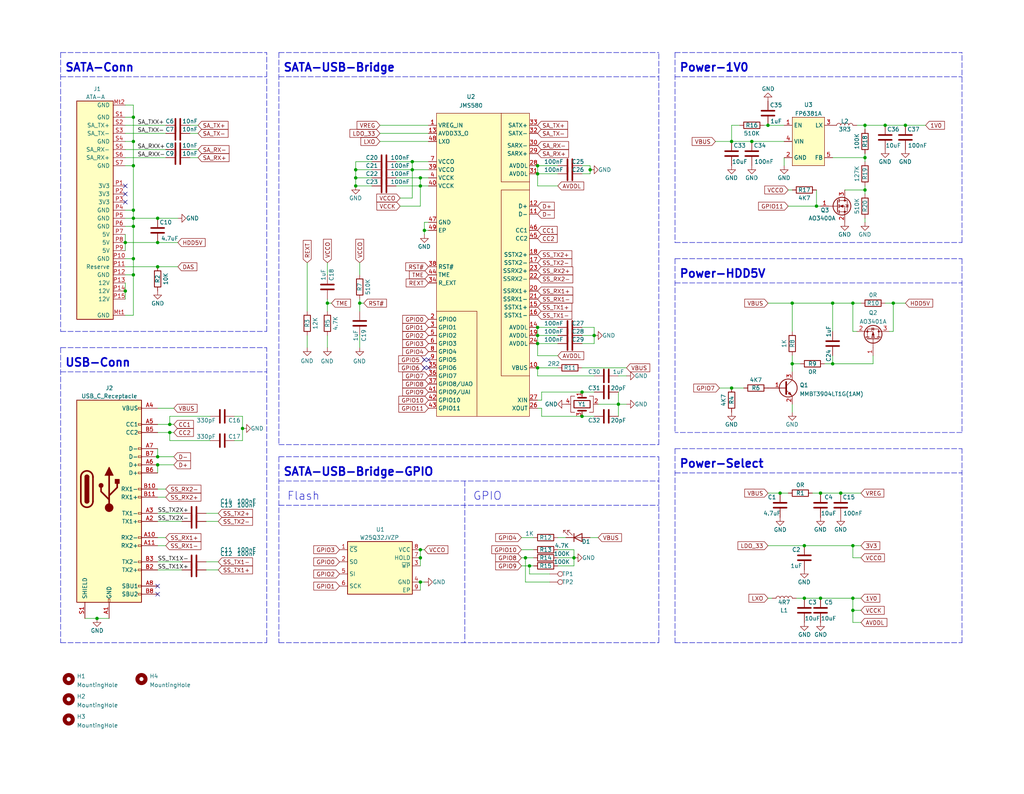
<source format=kicad_sch>
(kicad_sch (version 20211123) (generator eeschema)
  (paper "User" 321.767 249.403)
  (junction (at 41.91 86.36))
  (junction (at 39.37 91.44))
  (junction (at 102.87 95.25))
  (junction (at 132.08 175.26))
  (junction (at 271.78 39.37))
  (junction (at 113.03 95.25))
  (junction (at 267.97 95.25))
  (junction (at 168.91 54.61))
  (junction (at 180.34 175.26))
  (junction (at 132.08 182.88))
  (junction (at 41.91 52.07))
  (junction (at 261.62 95.25))
  (junction (at 41.91 66.04))
  (junction (at 53.34 135.89))
  (junction (at 267.97 171.45))
  (junction (at 111.76 55.88))
  (junction (at 168.91 52.07))
  (junction (at 49.53 68.58))
  (junction (at 168.91 107.95))
  (junction (at 182.88 123.19))
  (junction (at 168.91 115.57))
  (junction (at 165.1 175.26))
  (junction (at 236.22 44.45))
  (junction (at 280.67 95.25))
  (junction (at 256.54 64.77))
  (junction (at 267.97 187.96))
  (junction (at 261.62 114.3))
  (junction (at 41.91 44.45))
  (junction (at 132.08 55.88))
  (junction (at 185.42 53.34))
  (junction (at 133.35 72.39))
  (junction (at 129.54 53.34))
  (junction (at 132.08 58.42))
  (junction (at 41.91 71.12))
  (junction (at 129.54 50.8))
  (junction (at 182.88 130.81))
  (junction (at 111.76 58.42))
  (junction (at 39.37 76.2))
  (junction (at 111.76 53.34))
  (junction (at 49.53 76.2))
  (junction (at 168.91 102.87))
  (junction (at 41.91 36.83))
  (junction (at 194.31 127))
  (junction (at 41.91 68.58))
  (junction (at 257.81 187.96))
  (junction (at 229.87 121.92))
  (junction (at 271.78 49.53))
  (junction (at 76.2 134.62))
  (junction (at 257.81 154.94))
  (junction (at 53.34 133.35))
  (junction (at 49.53 143.51))
  (junction (at 271.78 59.69))
  (junction (at 284.48 39.37))
  (junction (at 168.91 105.41))
  (junction (at 132.08 172.72))
  (junction (at 229.87 44.45))
  (junction (at 267.97 191.77))
  (junction (at 166.37 177.8))
  (junction (at 248.92 114.3))
  (junction (at 264.16 154.94))
  (junction (at 252.73 171.45))
  (junction (at 49.53 146.05))
  (junction (at 252.73 187.96))
  (junction (at 186.69 105.41))
  (junction (at 49.53 83.82))
  (junction (at 278.13 39.37))
  (junction (at 30.48 194.31))
  (junction (at 248.92 95.25))
  (junction (at 41.91 81.28))
  (junction (at 245.11 154.94))
  (junction (at 241.3 39.37))
  (no_connect (at 49.53 184.15))
  (no_connect (at 49.53 186.69))
  (no_connect (at 39.37 60.96))
  (no_connect (at 39.37 63.5))
  (no_connect (at 39.37 58.42))
  (no_connect (at 133.35 115.57))
  (no_connect (at 133.35 113.03))
  (no_connect (at 134.62 115.57))
  (no_connect (at 134.62 113.03))
  (wire (pts (xy 119.38 39.37) (xy 134.62 39.37)))
  (wire (pts (xy 252.73 187.96) (xy 257.81 187.96)))
  (wire (pts (xy 102.87 105.41) (xy 102.87 109.22)))
  (polyline (pts (xy 19.05 24.13) (xy 83.82 24.13)))
  (wire (pts (xy 41.91 52.07) (xy 41.91 66.04)))
  (wire (pts (xy 55.88 83.82) (xy 49.53 83.82)))
  (wire (pts (xy 49.53 68.58) (xy 41.91 68.58)))
  (wire (pts (xy 39.37 73.66) (xy 39.37 76.2)))
  (wire (pts (xy 49.53 83.82) (xy 39.37 83.82)))
  (wire (pts (xy 267.97 95.25) (xy 270.51 95.25)))
  (wire (pts (xy 41.91 71.12) (xy 39.37 71.12)))
  (wire (pts (xy 241.3 171.45) (xy 252.73 171.45)))
  (wire (pts (xy 261.62 114.3) (xy 274.32 114.3)))
  (polyline (pts (xy 212.09 24.13) (xy 302.26 24.13)))
  (wire (pts (xy 39.37 36.83) (xy 41.91 36.83)))
  (wire (pts (xy 68.58 179.07) (xy 64.77 179.07)))
  (wire (pts (xy 41.91 66.04) (xy 41.91 68.58)))
  (wire (pts (xy 68.58 161.29) (xy 64.77 161.29)))
  (wire (pts (xy 62.23 46.99) (xy 59.69 46.99)))
  (wire (pts (xy 53.34 133.35) (xy 54.61 133.35)))
  (polyline (pts (xy 207.01 201.93) (xy 207.01 143.51)))
  (wire (pts (xy 41.91 99.06) (xy 39.37 99.06)))
  (wire (pts (xy 119.38 41.91) (xy 134.62 41.91)))
  (wire (pts (xy 132.08 58.42) (xy 134.62 58.42)))
  (wire (pts (xy 134.62 69.85) (xy 133.35 69.85)))
  (wire (pts (xy 182.88 52.07) (xy 185.42 52.07)))
  (wire (pts (xy 261.62 49.53) (xy 271.78 49.53)))
  (wire (pts (xy 280.67 95.25) (xy 278.13 95.25)))
  (wire (pts (xy 165.1 175.26) (xy 167.64 175.26)))
  (wire (pts (xy 41.91 36.83) (xy 41.91 44.45)))
  (wire (pts (xy 248.92 95.25) (xy 248.92 104.14)))
  (wire (pts (xy 271.78 59.69) (xy 271.78 60.96)))
  (wire (pts (xy 125.73 64.77) (xy 132.08 64.77)))
  (wire (pts (xy 132.08 182.88) (xy 133.35 182.88)))
  (wire (pts (xy 168.91 52.07) (xy 168.91 54.61)))
  (wire (pts (xy 267.97 195.58) (xy 267.97 191.77)))
  (wire (pts (xy 248.92 114.3) (xy 248.92 116.84)))
  (wire (pts (xy 271.78 48.26) (xy 271.78 49.53)))
  (wire (pts (xy 168.91 102.87) (xy 168.91 105.41)))
  (wire (pts (xy 168.91 52.07) (xy 175.26 52.07)))
  (wire (pts (xy 104.14 95.25) (xy 102.87 95.25)))
  (wire (pts (xy 168.91 128.27) (xy 170.18 128.27)))
  (wire (pts (xy 57.15 163.83) (xy 49.53 163.83)))
  (polyline (pts (xy 212.09 88.9) (xy 302.26 88.9)))
  (polyline (pts (xy 87.63 143.51) (xy 87.63 201.93)))
  (wire (pts (xy 133.35 72.39) (xy 133.35 73.66)))
  (wire (pts (xy 170.18 123.19) (xy 170.18 125.73)))
  (polyline (pts (xy 302.26 81.28) (xy 302.26 135.89)))
  (wire (pts (xy 62.23 41.91) (xy 59.69 41.91)))
  (polyline (pts (xy 212.09 140.97) (xy 212.09 201.93)))
  (wire (pts (xy 102.87 82.55) (xy 102.87 86.36)))
  (wire (pts (xy 54.61 143.51) (xy 49.53 143.51)))
  (wire (pts (xy 232.41 39.37) (xy 229.87 39.37)))
  (wire (pts (xy 224.79 44.45) (xy 229.87 44.45)))
  (wire (pts (xy 96.52 105.41) (xy 96.52 109.22)))
  (wire (pts (xy 41.91 81.28) (xy 39.37 81.28)))
  (wire (pts (xy 185.42 54.61) (xy 185.42 53.34)))
  (wire (pts (xy 39.37 88.9) (xy 39.37 91.44)))
  (wire (pts (xy 41.91 66.04) (xy 39.37 66.04)))
  (wire (pts (xy 270.51 191.77) (xy 267.97 191.77)))
  (wire (pts (xy 257.81 154.94) (xy 255.27 154.94)))
  (wire (pts (xy 53.34 135.89) (xy 49.53 135.89)))
  (wire (pts (xy 39.37 91.44) (xy 39.37 93.98)))
  (wire (pts (xy 133.35 69.85) (xy 133.35 72.39)))
  (wire (pts (xy 180.34 172.72) (xy 180.34 175.26)))
  (wire (pts (xy 261.62 111.76) (xy 261.62 114.3)))
  (wire (pts (xy 168.91 118.11) (xy 168.91 115.57)))
  (wire (pts (xy 68.58 163.83) (xy 64.77 163.83)))
  (wire (pts (xy 49.53 76.2) (xy 39.37 76.2)))
  (wire (pts (xy 182.88 105.41) (xy 186.69 105.41)))
  (wire (pts (xy 252.73 187.96) (xy 250.19 187.96)))
  (wire (pts (xy 41.91 81.28) (xy 41.91 86.36)))
  (wire (pts (xy 270.51 154.94) (xy 264.16 154.94)))
  (wire (pts (xy 170.18 130.81) (xy 182.88 130.81)))
  (wire (pts (xy 54.61 146.05) (xy 49.53 146.05)))
  (wire (pts (xy 271.78 68.58) (xy 271.78 69.85)))
  (wire (pts (xy 132.08 58.42) (xy 132.08 55.88)))
  (wire (pts (xy 196.85 127) (xy 194.31 127)))
  (wire (pts (xy 124.46 50.8) (xy 129.54 50.8)))
  (wire (pts (xy 229.87 44.45) (xy 236.22 44.45)))
  (wire (pts (xy 247.65 64.77) (xy 256.54 64.77)))
  (wire (pts (xy 168.91 105.41) (xy 168.91 107.95)))
  (wire (pts (xy 163.83 175.26) (xy 165.1 175.26)))
  (wire (pts (xy 132.08 64.77) (xy 132.08 58.42)))
  (wire (pts (xy 113.03 95.25) (xy 113.03 97.79)))
  (wire (pts (xy 284.48 39.37) (xy 290.83 39.37)))
  (wire (pts (xy 247.65 59.69) (xy 248.92 59.69)))
  (wire (pts (xy 168.91 54.61) (xy 168.91 58.42)))
  (wire (pts (xy 271.78 58.42) (xy 271.78 59.69)))
  (wire (pts (xy 274.32 114.3) (xy 274.32 111.76)))
  (wire (pts (xy 132.08 182.88) (xy 132.08 185.42)))
  (wire (pts (xy 241.3 95.25) (xy 248.92 95.25)))
  (wire (pts (xy 245.11 154.94) (xy 247.65 154.94)))
  (wire (pts (xy 166.37 180.34) (xy 172.72 180.34)))
  (wire (pts (xy 182.88 123.19) (xy 186.69 123.19)))
  (wire (pts (xy 41.91 71.12) (xy 41.91 81.28)))
  (polyline (pts (xy 19.05 109.22) (xy 19.05 201.93)))
  (wire (pts (xy 166.37 177.8) (xy 166.37 180.34)))
  (wire (pts (xy 175.26 177.8) (xy 180.34 177.8)))
  (wire (pts (xy 54.61 128.27) (xy 49.53 128.27)))
  (polyline (pts (xy 212.09 81.28) (xy 212.09 135.89)))
  (wire (pts (xy 57.15 176.53) (xy 49.53 176.53)))
  (wire (pts (xy 168.91 111.76) (xy 175.26 111.76)))
  (wire (pts (xy 187.96 127) (xy 194.31 127)))
  (wire (pts (xy 132.08 172.72) (xy 132.08 175.26)))
  (wire (pts (xy 34.29 194.31) (xy 30.48 194.31)))
  (wire (pts (xy 267.97 191.77) (xy 267.97 187.96)))
  (wire (pts (xy 265.43 59.69) (xy 271.78 59.69)))
  (wire (pts (xy 168.91 102.87) (xy 175.26 102.87)))
  (wire (pts (xy 39.37 46.99) (xy 52.07 46.99)))
  (wire (pts (xy 124.46 58.42) (xy 132.08 58.42)))
  (polyline (pts (xy 83.82 201.93) (xy 83.82 109.22)))
  (polyline (pts (xy 87.63 139.7) (xy 207.01 139.7)))
  (wire (pts (xy 256.54 64.77) (xy 257.81 64.77)))
  (wire (pts (xy 39.37 76.2) (xy 39.37 78.74)))
  (wire (pts (xy 102.87 93.98) (xy 102.87 95.25)))
  (wire (pts (xy 248.92 111.76) (xy 248.92 114.3)))
  (wire (pts (xy 41.91 68.58) (xy 39.37 68.58)))
  (wire (pts (xy 111.76 50.8) (xy 116.84 50.8)))
  (wire (pts (xy 226.06 121.92) (xy 229.87 121.92)))
  (wire (pts (xy 165.1 175.26) (xy 165.1 182.88)))
  (wire (pts (xy 267.97 104.14) (xy 267.97 95.25)))
  (wire (pts (xy 267.97 175.26) (xy 270.51 175.26)))
  (wire (pts (xy 180.34 175.26) (xy 180.34 177.8)))
  (wire (pts (xy 175.26 168.91) (xy 177.8 168.91)))
  (wire (pts (xy 96.52 82.55) (xy 96.52 97.79)))
  (polyline (pts (xy 19.05 16.51) (xy 19.05 104.14)))
  (wire (pts (xy 182.88 54.61) (xy 185.42 54.61)))
  (wire (pts (xy 280.67 95.25) (xy 284.48 95.25)))
  (wire (pts (xy 267.97 187.96) (xy 270.51 187.96)))
  (wire (pts (xy 53.34 138.43) (xy 66.04 138.43)))
  (wire (pts (xy 39.37 49.53) (xy 52.07 49.53)))
  (wire (pts (xy 269.24 39.37) (xy 271.78 39.37)))
  (wire (pts (xy 240.03 39.37) (xy 241.3 39.37)))
  (wire (pts (xy 134.62 72.39) (xy 133.35 72.39)))
  (wire (pts (xy 132.08 175.26) (xy 132.08 177.8)))
  (wire (pts (xy 252.73 171.45) (xy 267.97 171.45)))
  (wire (pts (xy 241.3 154.94) (xy 245.11 154.94)))
  (wire (pts (xy 53.34 130.81) (xy 53.34 133.35)))
  (wire (pts (xy 111.76 53.34) (xy 111.76 50.8)))
  (wire (pts (xy 62.23 39.37) (xy 59.69 39.37)))
  (wire (pts (xy 271.78 49.53) (xy 271.78 50.8)))
  (wire (pts (xy 182.88 130.81) (xy 186.69 130.81)))
  (wire (pts (xy 57.15 161.29) (xy 49.53 161.29)))
  (wire (pts (xy 55.88 76.2) (xy 49.53 76.2)))
  (wire (pts (xy 129.54 53.34) (xy 129.54 62.23)))
  (wire (pts (xy 111.76 53.34) (xy 111.76 55.88)))
  (wire (pts (xy 113.03 82.55) (xy 113.03 86.36)))
  (wire (pts (xy 182.88 102.87) (xy 186.69 102.87)))
  (wire (pts (xy 248.92 114.3) (xy 251.46 114.3)))
  (wire (pts (xy 49.53 153.67) (xy 52.07 153.67)))
  (wire (pts (xy 168.91 54.61) (xy 175.26 54.61)))
  (polyline (pts (xy 87.63 24.13) (xy 207.01 24.13)))
  (wire (pts (xy 125.73 62.23) (xy 129.54 62.23)))
  (wire (pts (xy 73.66 138.43) (xy 76.2 138.43)))
  (wire (pts (xy 168.91 105.41) (xy 175.26 105.41)))
  (wire (pts (xy 271.78 39.37) (xy 271.78 40.64)))
  (wire (pts (xy 52.07 168.91) (xy 49.53 168.91)))
  (polyline (pts (xy 212.09 148.59) (xy 302.26 148.59)))
  (wire (pts (xy 41.91 86.36) (xy 39.37 86.36)))
  (wire (pts (xy 129.54 53.34) (xy 134.62 53.34)))
  (wire (pts (xy 129.54 50.8) (xy 134.62 50.8)))
  (wire (pts (xy 49.53 140.97) (xy 49.53 143.51)))
  (polyline (pts (xy 212.09 81.28) (xy 302.26 81.28)))
  (wire (pts (xy 41.91 52.07) (xy 39.37 52.07)))
  (wire (pts (xy 41.91 44.45) (xy 41.91 52.07)))
  (wire (pts (xy 111.76 55.88) (xy 116.84 55.88)))
  (wire (pts (xy 41.91 68.58) (xy 41.91 71.12)))
  (polyline (pts (xy 87.63 143.51) (xy 207.01 143.51)))
  (wire (pts (xy 236.22 44.45) (xy 246.38 44.45)))
  (wire (pts (xy 41.91 36.83) (xy 41.91 33.02)))
  (wire (pts (xy 196.85 115.57) (xy 182.88 115.57)))
  (polyline (pts (xy 87.63 151.13) (xy 207.01 151.13)))
  (wire (pts (xy 111.76 55.88) (xy 111.76 58.42)))
  (wire (pts (xy 68.58 176.53) (xy 64.77 176.53)))
  (wire (pts (xy 30.48 194.31) (xy 26.67 194.31)))
  (wire (pts (xy 170.18 130.81) (xy 170.18 128.27)))
  (wire (pts (xy 185.42 168.91) (xy 187.96 168.91)))
  (wire (pts (xy 165.1 182.88) (xy 172.72 182.88)))
  (wire (pts (xy 132.08 172.72) (xy 133.35 172.72)))
  (wire (pts (xy 124.46 55.88) (xy 132.08 55.88)))
  (polyline (pts (xy 19.05 109.22) (xy 83.82 109.22)))
  (wire (pts (xy 229.87 121.92) (xy 233.68 121.92)))
  (wire (pts (xy 259.08 114.3) (xy 261.62 114.3)))
  (wire (pts (xy 124.46 53.34) (xy 129.54 53.34)))
  (wire (pts (xy 102.87 95.25) (xy 102.87 97.79)))
  (wire (pts (xy 241.3 39.37) (xy 246.38 39.37)))
  (wire (pts (xy 194.31 130.81) (xy 194.31 127)))
  (wire (pts (xy 39.37 41.91) (xy 52.07 41.91)))
  (wire (pts (xy 55.88 68.58) (xy 49.53 68.58)))
  (polyline (pts (xy 87.63 158.75) (xy 207.01 158.75)))
  (wire (pts (xy 53.34 135.89) (xy 53.34 138.43)))
  (wire (pts (xy 54.61 135.89) (xy 53.34 135.89)))
  (polyline (pts (xy 19.05 201.93) (xy 83.82 201.93)))
  (wire (pts (xy 269.24 104.14) (xy 267.97 104.14)))
  (wire (pts (xy 73.66 130.81) (xy 76.2 130.81)))
  (wire (pts (xy 242.57 187.96) (xy 241.3 187.96)))
  (wire (pts (xy 168.91 107.95) (xy 168.91 111.76)))
  (wire (pts (xy 76.2 130.81) (xy 76.2 134.62)))
  (polyline (pts (xy 212.09 201.93) (xy 302.26 201.93)))
  (wire (pts (xy 271.78 39.37) (xy 278.13 39.37)))
  (wire (pts (xy 111.76 58.42) (xy 116.84 58.42)))
  (wire (pts (xy 57.15 179.07) (xy 49.53 179.07)))
  (wire (pts (xy 256.54 59.69) (xy 256.54 64.77)))
  (polyline (pts (xy 87.63 16.51) (xy 207.01 16.51)))
  (wire (pts (xy 111.76 53.34) (xy 116.84 53.34)))
  (polyline (pts (xy 302.26 201.93) (xy 302.26 140.97)))
  (wire (pts (xy 257.81 154.94) (xy 264.16 154.94)))
  (wire (pts (xy 41.91 44.45) (xy 39.37 44.45)))
  (wire (pts (xy 163.83 172.72) (xy 167.64 172.72)))
  (wire (pts (xy 49.53 156.21) (xy 52.07 156.21)))
  (wire (pts (xy 114.3 95.25) (xy 113.03 95.25)))
  (wire (pts (xy 76.2 134.62) (xy 76.2 138.43)))
  (wire (pts (xy 270.51 195.58) (xy 267.97 195.58)))
  (polyline (pts (xy 212.09 140.97) (xy 302.26 140.97)))
  (wire (pts (xy 132.08 55.88) (xy 134.62 55.88)))
  (wire (pts (xy 113.03 105.41) (xy 113.03 109.22)))
  (wire (pts (xy 248.92 95.25) (xy 261.62 95.25)))
  (wire (pts (xy 196.85 118.11) (xy 194.31 118.11)))
  (polyline (pts (xy 302.26 76.2) (xy 302.26 16.51)))
  (polyline (pts (xy 302.26 135.89) (xy 212.09 135.89)))
  (wire (pts (xy 246.38 49.53) (xy 246.38 52.07)))
  (wire (pts (xy 194.31 127) (xy 194.31 123.19)))
  (wire (pts (xy 182.88 107.95) (xy 186.69 107.95)))
  (polyline (pts (xy 19.05 16.51) (xy 83.82 16.51)))
  (wire (pts (xy 248.92 127) (xy 248.92 129.54)))
  (wire (pts (xy 185.42 52.07) (xy 185.42 53.34)))
  (wire (pts (xy 49.53 133.35) (xy 53.34 133.35)))
  (polyline (pts (xy 87.63 201.93) (xy 207.01 201.93)))
  (wire (pts (xy 39.37 39.37) (xy 52.07 39.37)))
  (wire (pts (xy 129.54 50.8) (xy 129.54 53.34)))
  (wire (pts (xy 41.91 86.36) (xy 41.91 99.06)))
  (polyline (pts (xy 19.05 116.84) (xy 83.82 116.84)))
  (polyline (pts (xy 83.82 104.14) (xy 83.82 16.51)))
  (wire (pts (xy 163.83 168.91) (xy 167.64 168.91)))
  (wire (pts (xy 168.91 58.42) (xy 175.26 58.42)))
  (wire (pts (xy 66.04 130.81) (xy 53.34 130.81)))
  (wire (pts (xy 170.18 123.19) (xy 182.88 123.19)))
  (wire (pts (xy 279.4 104.14) (xy 280.67 104.14)))
  (wire (pts (xy 41.91 33.02) (xy 39.37 33.02)))
  (wire (pts (xy 267.97 171.45) (xy 270.51 171.45)))
  (polyline (pts (xy 212.09 76.2) (xy 302.26 76.2)))
  (wire (pts (xy 163.83 177.8) (xy 166.37 177.8)))
  (wire (pts (xy 261.62 95.25) (xy 267.97 95.25)))
  (wire (pts (xy 280.67 104.14) (xy 280.67 95.25)))
  (wire (pts (xy 261.62 95.25) (xy 261.62 104.14)))
  (wire (pts (xy 52.07 171.45) (xy 49.53 171.45)))
  (polyline (pts (xy 212.09 16.51) (xy 212.09 76.2)))
  (wire (pts (xy 168.91 125.73) (xy 170.18 125.73)))
  (wire (pts (xy 186.69 102.87) (xy 186.69 105.41)))
  (wire (pts (xy 257.81 187.96) (xy 267.97 187.96)))
  (wire (pts (xy 119.38 44.45) (xy 134.62 44.45)))
  (wire (pts (xy 175.26 172.72) (xy 180.34 172.72)))
  (wire (pts (xy 278.13 39.37) (xy 284.48 39.37)))
  (wire (pts (xy 62.23 49.53) (xy 59.69 49.53)))
  (polyline (pts (xy 146.05 151.13) (xy 146.05 201.93)))
  (wire (pts (xy 175.26 175.26) (xy 180.34 175.26)))
  (wire (pts (xy 49.53 146.05) (xy 49.53 148.59)))
  (polyline (pts (xy 207.01 139.7) (xy 207.01 16.51)))
  (wire (pts (xy 229.87 39.37) (xy 229.87 44.45)))
  (polyline (pts (xy 212.09 16.51) (xy 302.26 16.51)))
  (wire (pts (xy 113.03 93.98) (xy 113.03 95.25)))
  (polyline (pts (xy 19.05 104.14) (xy 83.82 104.14)))
  (wire (pts (xy 186.69 107.95) (xy 186.69 105.41)))
  (wire (pts (xy 166.37 177.8) (xy 167.64 177.8)))
  (wire (pts (xy 168.91 118.11) (xy 186.69 118.11)))
  (wire (pts (xy 168.91 107.95) (xy 175.26 107.95)))
  (wire (pts (xy 168.91 115.57) (xy 175.26 115.57)))
  (wire (pts (xy 267.97 171.45) (xy 267.97 175.26)))
  (polyline (pts (xy 87.63 16.51) (xy 87.63 139.7)))
  (text "Power-Select\n" (at 213.36 147.32 0) (effects (font (size 2.54 2.54) (thickness 0.508) bold) (justify left bottom)))
  (text "Flash" (at 90.17 157.48 0) (effects (font (size 2.54 2.54)) (justify left bottom)))
  (text "SATA-USB-Bridge-GPIO" (at 88.9 149.86 0) (effects (font (size 2.54 2.54) (thickness 0.508) bold) (justify left bottom)))
  (text "Power-HDD5V" (at 213.36 87.63 0) (effects (font (size 2.54 2.54) (thickness 0.508) bold) (justify left bottom)))
  (text "SATA-Conn" (at 20.32 22.86 0) (effects (font (size 2.54 2.54) (thickness 0.508) bold) (justify left bottom)))
  (text "USB-Conn" (at 20.32 115.57 0) (effects (font (size 2.54 2.54) (thickness 0.508) bold) (justify left bottom)))
  (text "SATA-USB-Bridge" (at 88.9 22.86 0) (effects (font (size 2.54 2.54) (thickness 0.508) bold) (justify left bottom)))
  (text "Power-1V0" (at 213.36 22.86 0) (effects (font (size 2.54 2.54) (thickness 0.508) bold) (justify left bottom)))
  (text "GPIO" (at 148.59 157.48 0) (effects (font (size 2.54 2.54)) (justify left bottom)))
  (label "SA_TXX+" (at 43.18 39.37 0))
  (label "SS_TX2X+" (at 49.53 161.29 0))
  (label "SS_TX1X-" (at 49.53 176.53 0))
  (label "SS_TX2X-" (at 49.53 163.83 0))
  (label "SA_RXX-" (at 43.18 49.53 0))
  (label "SA_TXX-" (at 43.18 41.91 0))
  (label "SA_RXX+" (at 43.18 46.99 0))
  (label "SS_TX1X+" (at 49.53 179.07 0))
  (global_label "GPIO9" (shape input) (at 134.62 123.19 180) (property "Intersheet References" "${INTERSHEET_REFS}" (effects hide)))
  (global_label "GPIO0" (shape input) (at 106.68 176.53 180) (property "Intersheet References" "${INTERSHEET_REFS}" (effects hide)))
  (global_label "1V0" (shape input) (at 290.83 39.37 0) (property "Intersheet References" "${INTERSHEET_REFS}" (effects hide)))
  (global_label "SA_RX-" (shape input) (at 62.23 46.99 0) (property "Intersheet References" "${INTERSHEET_REFS}" (effects hide)))
  (global_label "CC1" (shape input) (at 54.61 133.35 0) (property "Intersheet References" "${INTERSHEET_REFS}" (effects hide)))
  (global_label "GPIO2" (shape input) (at 134.62 105.41 180) (property "Intersheet References" "${INTERSHEET_REFS}" (effects hide)))
  (global_label "GPIO7" (shape input) (at 134.62 118.11 180) (property "Intersheet References" "${INTERSHEET_REFS}" (effects hide)))
  (global_label "VREG" (shape input) (at 119.38 39.37 180) (property "Intersheet References" "${INTERSHEET_REFS}" (effects hide)))
  (global_label "SA_RX+" (shape input) (at 168.91 48.26 0) (property "Intersheet References" "${INTERSHEET_REFS}" (effects hide)))
  (global_label "GPIO11" (shape input) (at 247.65 64.77 180) (property "Intersheet References" "${INTERSHEET_REFS}" (effects hide)))
  (global_label "GPIO3" (shape input) (at 106.68 172.72 180) (property "Intersheet References" "${INTERSHEET_REFS}" (effects hide)))
  (global_label "GPIO0" (shape input) (at 134.62 100.33 180) (property "Intersheet References" "${INTERSHEET_REFS}" (effects hide)))
  (global_label "REXT" (shape input) (at 96.52 82.55 90) (property "Intersheet References" "${INTERSHEET_REFS}" (effects hide)))
  (global_label "SA_TX+" (shape input) (at 168.91 39.37 0) (property "Intersheet References" "${INTERSHEET_REFS}" (effects hide)))
  (global_label "AVDDL" (shape input) (at 175.26 111.76 0) (property "Intersheet References" "${INTERSHEET_REFS}" (effects hide)))
  (global_label "SA_TX-" (shape input) (at 62.23 41.91 0) (property "Intersheet References" "${INTERSHEET_REFS}" (effects hide)))
  (global_label "SS_RX1+" (shape input) (at 52.07 168.91 0) (property "Intersheet References" "${INTERSHEET_REFS}" (effects hide)))
  (global_label "DAS" (shape input) (at 55.88 83.82 0) (property "Intersheet References" "${INTERSHEET_REFS}" (effects hide)))
  (global_label "SS_TX2-" (shape input) (at 168.91 82.55 0) (property "Intersheet References" "${INTERSHEET_REFS}" (effects hide)))
  (global_label "D-" (shape input) (at 54.61 143.51 0) (property "Intersheet References" "${INTERSHEET_REFS}" (effects hide)))
  (global_label "SS_RX1-" (shape input) (at 168.91 93.98 0) (property "Intersheet References" "${INTERSHEET_REFS}" (effects hide)))
  (global_label "VCCO" (shape input) (at 113.03 82.55 90) (property "Intersheet References" "${INTERSHEET_REFS}" (effects hide)))
  (global_label "HDD5V" (shape input) (at 284.48 95.25 0) (property "Intersheet References" "${INTERSHEET_REFS}" (effects hide)))
  (global_label "VCCO" (shape input) (at 102.87 82.55 90) (property "Intersheet References" "${INTERSHEET_REFS}" (effects hide)))
  (global_label "VBUS" (shape input) (at 196.85 115.57 0) (property "Intersheet References" "${INTERSHEET_REFS}" (effects hide)))
  (global_label "VBUS" (shape input) (at 241.3 95.25 180) (property "Intersheet References" "${INTERSHEET_REFS}" (effects hide)))
  (global_label "GPIO10" (shape input) (at 163.83 172.72 180) (property "Intersheet References" "${INTERSHEET_REFS}" (effects hide)))
  (global_label "SS_TX2+" (shape input) (at 168.91 80.01 0) (property "Intersheet References" "${INTERSHEET_REFS}" (effects hide)))
  (global_label "VCCO" (shape input) (at 125.73 62.23 180) (property "Intersheet References" "${INTERSHEET_REFS}" (effects hide)))
  (global_label "SS_TX1+" (shape input) (at 168.91 96.52 0) (property "Intersheet References" "${INTERSHEET_REFS}" (effects hide)))
  (global_label "GPIO8" (shape input) (at 134.62 120.65 180) (property "Intersheet References" "${INTERSHEET_REFS}" (effects hide)))
  (global_label "SA_RX-" (shape input) (at 168.91 45.72 0) (property "Intersheet References" "${INTERSHEET_REFS}" (effects hide)))
  (global_label "SA_TX-" (shape input) (at 168.91 41.91 0) (property "Intersheet References" "${INTERSHEET_REFS}" (effects hide)))
  (global_label "LXO" (shape input) (at 119.38 44.45 180) (property "Intersheet References" "${INTERSHEET_REFS}" (effects hide)))
  (global_label "VCCO" (shape input) (at 247.65 59.69 180) (property "Intersheet References" "${INTERSHEET_REFS}" (effects hide)))
  (global_label "GPIO6" (shape input) (at 133.35 115.57 180) (property "Intersheet References" "${INTERSHEET_REFS}" (effects hide)))
  (global_label "GPIO8" (shape input) (at 163.83 175.26 180) (property "Intersheet References" "${INTERSHEET_REFS}" (effects hide)))
  (global_label "GPIO1" (shape input) (at 106.68 184.15 180) (property "Intersheet References" "${INTERSHEET_REFS}" (effects hide)))
  (global_label "VCCK" (shape input) (at 270.51 191.77 0) (property "Intersheet References" "${INTERSHEET_REFS}" (effects hide)))
  (global_label "SS_RX1-" (shape input) (at 52.07 171.45 0) (property "Intersheet References" "${INTERSHEET_REFS}" (effects hide)))
  (global_label "LDO_33" (shape input) (at 119.38 41.91 180) (property "Intersheet References" "${INTERSHEET_REFS}" (effects hide)))
  (global_label "GPIO5" (shape input) (at 133.35 113.03 180) (property "Intersheet References" "${INTERSHEET_REFS}" (effects hide)))
  (global_label "CC2" (shape input) (at 54.61 135.89 0) (property "Intersheet References" "${INTERSHEET_REFS}" (effects hide)))
  (global_label "VBUS" (shape input) (at 187.96 168.91 0) (property "Intersheet References" "${INTERSHEET_REFS}" (effects hide)))
  (global_label "TME" (shape input) (at 134.62 86.36 180) (property "Intersheet References" "${INTERSHEET_REFS}" (effects hide)))
  (global_label "GPIO1" (shape input) (at 134.62 102.87 180) (property "Intersheet References" "${INTERSHEET_REFS}" (effects hide)))
  (global_label "VCCO" (shape input) (at 133.35 172.72 0) (property "Intersheet References" "${INTERSHEET_REFS}" (effects hide)))
  (global_label "SS_RX2-" (shape input) (at 52.07 153.67 0) (property "Intersheet References" "${INTERSHEET_REFS}" (effects hide)))
  (global_label "VBUS" (shape input) (at 241.3 154.94 180) (property "Intersheet References" "${INTERSHEET_REFS}" (effects hide)))
  (global_label "CC1" (shape input) (at 168.91 72.39 0) (property "Intersheet References" "${INTERSHEET_REFS}" (effects hide)))
  (global_label "SS_RX2+" (shape input) (at 168.91 85.09 0) (property "Intersheet References" "${INTERSHEET_REFS}" (effects hide)))
  (global_label "AVDDL" (shape input) (at 175.26 58.42 0) (property "Intersheet References" "${INTERSHEET_REFS}" (effects hide)))
  (global_label "SS_RX2-" (shape input) (at 168.91 87.63 0) (property "Intersheet References" "${INTERSHEET_REFS}" (effects hide)))
  (global_label "D+" (shape input) (at 54.61 146.05 0) (property "Intersheet References" "${INTERSHEET_REFS}" (effects hide)))
  (global_label "VREG" (shape input) (at 270.51 154.94 0) (property "Intersheet References" "${INTERSHEET_REFS}" (effects hide)))
  (global_label "SS_TX1+" (shape input) (at 68.58 179.07 0) (property "Intersheet References" "${INTERSHEET_REFS}" (effects hide)))
  (global_label "VCCO" (shape input) (at 270.51 175.26 0) (property "Intersheet References" "${INTERSHEET_REFS}" (effects hide)))
  (global_label "VCCK" (shape input) (at 125.73 64.77 180) (property "Intersheet References" "${INTERSHEET_REFS}" (effects hide)))
  (global_label "SS_TX2+" (shape input) (at 68.58 161.29 0) (property "Intersheet References" "${INTERSHEET_REFS}" (effects hide)))
  (global_label "LXO" (shape input) (at 241.3 187.96 180) (property "Intersheet References" "${INTERSHEET_REFS}" (effects hide)))
  (global_label "SS_TX2-" (shape input) (at 68.58 163.83 0) (property "Intersheet References" "${INTERSHEET_REFS}" (effects hide)))
  (global_label "SS_RX1+" (shape input) (at 168.91 91.44 0) (property "Intersheet References" "${INTERSHEET_REFS}" (effects hide)))
  (global_label "D+" (shape input) (at 168.91 64.77 0) (property "Intersheet References" "${INTERSHEET_REFS}" (effects hide)))
  (global_label "AVDDL" (shape input) (at 270.51 195.58 0) (property "Intersheet References" "${INTERSHEET_REFS}" (effects hide)))
  (global_label "RST#" (shape input) (at 114.3 95.25 0) (property "Intersheet References" "${INTERSHEET_REFS}" (effects hide)))
  (global_label "RST#" (shape input) (at 134.62 83.82 180) (property "Intersheet References" "${INTERSHEET_REFS}" (effects hide)))
  (global_label "SA_RX+" (shape input) (at 62.23 49.53 0) (property "Intersheet References" "${INTERSHEET_REFS}" (effects hide)))
  (global_label "GPIO9" (shape input) (at 163.83 177.8 180) (property "Intersheet References" "${INTERSHEET_REFS}" (effects hide)))
  (global_label "GPIO10" (shape input) (at 134.62 125.73 180) (property "Intersheet References" "${INTERSHEET_REFS}" (effects hide)))
  (global_label "SS_TX1-" (shape input) (at 168.91 99.06 0) (property "Intersheet References" "${INTERSHEET_REFS}" (effects hide)))
  (global_label "GPIO11" (shape input) (at 134.62 128.27 180) (property "Intersheet References" "${INTERSHEET_REFS}" (effects hide)))
  (global_label "SA_TX+" (shape input) (at 62.23 39.37 0) (property "Intersheet References" "${INTERSHEET_REFS}" (effects hide)))
  (global_label "GPIO4" (shape input) (at 134.62 110.49 180) (property "Intersheet References" "${INTERSHEET_REFS}" (effects hide)))
  (global_label "VBUS" (shape input) (at 224.79 44.45 180) (property "Intersheet References" "${INTERSHEET_REFS}" (effects hide)))
  (global_label "HDD5V" (shape input) (at 55.88 76.2 0) (property "Intersheet References" "${INTERSHEET_REFS}" (effects hide)))
  (global_label "CC2" (shape input) (at 168.91 74.93 0) (property "Intersheet References" "${INTERSHEET_REFS}" (effects hide)))
  (global_label "GPIO3" (shape input) (at 134.62 107.95 180) (property "Intersheet References" "${INTERSHEET_REFS}" (effects hide)))
  (global_label "TME" (shape input) (at 104.14 95.25 0) (property "Intersheet References" "${INTERSHEET_REFS}" (effects hide)))
  (global_label "1V0" (shape input) (at 270.51 187.96 0) (property "Intersheet References" "${INTERSHEET_REFS}" (effects hide)))
  (global_label "LDO_33" (shape input) (at 241.3 171.45 180) (property "Intersheet References" "${INTERSHEET_REFS}" (effects hide)))
  (global_label "3V3" (shape input) (at 270.51 171.45 0) (property "Intersheet References" "${INTERSHEET_REFS}" (effects hide)))
  (global_label "REXT" (shape input) (at 134.62 88.9 180) (property "Intersheet References" "${INTERSHEET_REFS}" (effects hide)))
  (global_label "GPIO4" (shape input) (at 163.83 168.91 180) (property "Intersheet References" "${INTERSHEET_REFS}" (effects hide)))
  (global_label "SS_TX1-" (shape input) (at 68.58 176.53 0) (property "Intersheet References" "${INTERSHEET_REFS}" (effects hide)))
  (global_label "GPIO2" (shape input) (at 106.68 180.34 180) (property "Intersheet References" "${INTERSHEET_REFS}" (effects hide)))
  (global_label "SS_RX2+" (shape input) (at 52.07 156.21 0) (property "Intersheet References" "${INTERSHEET_REFS}" (effects hide)))
  (global_label "GPIO7" (shape input) (at 226.06 121.92 180) (property "Intersheet References" "${INTERSHEET_REFS}" (effects hide)))
  (global_label "VBUS" (shape input) (at 54.61 128.27 0) (property "Intersheet References" "${INTERSHEET_REFS}" (effects hide)))
  (global_label "D-" (shape input) (at 168.91 67.31 0) (property "Intersheet References" "${INTERSHEET_REFS}" (effects hide)))
  (symbol (lib_id "Device:C") (at 179.07 54.61 90) (unit 1)
    (property "Reference" "C26" (at 181.61 53.34 90))
    (property "Value" "100nF" (at 173.99 53.34 90))
    (property "Footprint" "Capacitor_SMD:C_0402_1005Metric" (effects hide))
  )
  (symbol (lib_id "power:GND") (at 196.85 127 90) (unit 1)
    (property "Reference" "#PWR0109" (effects hide))
    (property "Value" "GND" (at 199.39 127 90) (effects (justify right)))
  )
  (symbol (lib_id "Mechanical:MountingHole") (at 21.59 219.71 0) (unit 1)
    (property "Reference" "H2" (at 24.13 218.8015 0) (effects (justify left)))
    (property "Value" "MountingHole" (at 24.13 221.5766 0) (effects (justify left)))
    (property "Footprint" "MountingHole:MountingHole_2.2mm_M2_Pad_Via" (effects hide))
  )
  (symbol (lib_id "power:GND") (at 180.34 175.26 90) (unit 1)
    (property "Reference" "#PWR0116" (effects hide))
    (property "Value" "GND" (at 182.88 175.26 90) (effects (justify right)))
  )
  (symbol (lib_id "power:GND") (at 102.87 109.22 0) (unit 1)
    (property "Reference" "#PWR0105" (effects hide))
    (property "Value" "GND" (at 104.8227 113.4947 0) (effects (justify right)))
  )
  (symbol (lib_id "Device:R") (at 236.22 39.37 270) (unit 1)
    (property "Reference" "R16" (at 236.22 39.37 90))
    (property "Value" "510K" (at 236.22 41.91 90))
    (property "Footprint" "Resistor_SMD:R_0402_1005Metric" (effects hide))
  )
  (symbol (lib_id "Device:C") (at 69.85 138.43 270) (mirror x) (unit 1)
    (property "Reference" "C17" (at 73.66 137.16 90))
    (property "Value" "330pF" (at 64.77 137.16 90))
    (property "Footprint" "Capacitor_SMD:C_0402_1005Metric" (effects hide))
  )
  (symbol (lib_id "Device:C") (at 120.65 50.8 270) (unit 1)
    (property "Reference" "C20" (at 116.84 49.53 90))
    (property "Value" "100nF" (at 125.73 49.53 90))
    (property "Footprint" "Capacitor_SMD:C_0402_1005Metric" (effects hide))
  )
  (symbol (lib_id "Device:C") (at 120.65 53.34 270) (unit 1)
    (property "Reference" "C21" (at 116.84 52.07 90))
    (property "Value" "100nF" (at 125.73 52.07 90))
    (property "Footprint" "Capacitor_SMD:C_0402_1005Metric" (effects hide))
  )
  (symbol (lib_id "Device:C") (at 190.5 123.19 90) (unit 1)
    (property "Reference" "C31" (at 186.69 121.92 90))
    (property "Value" "20pF" (at 194.31 121.92 90))
    (property "Footprint" "Capacitor_SMD:C_0402_1005Metric" (effects hide))
  )
  (symbol (lib_id "power:GND") (at 229.87 129.54 0) (unit 1)
    (property "Reference" "#PWR0118" (effects hide))
    (property "Value" "GND" (at 231.8675 133.3668 0) (effects (justify right)))
  )
  (symbol (lib_id "Device:C") (at 179.07 107.95 90) (unit 1)
    (property "Reference" "C29" (at 181.61 106.68 90))
    (property "Value" "100nF" (at 173.99 106.68 90))
    (property "Footprint" "Capacitor_SMD:C_0402_1005Metric" (effects hide))
  )
  (symbol (lib_id "Device:Q_NPN_BEC") (at 246.38 121.92 0) (unit 1)
    (property "Reference" "Q1" (at 251.2314 121.0115 0) (effects (justify left)))
    (property "Value" "MMBT3904LT1G(1AM)" (at 251.2314 123.7866 0) (effects (justify left)))
    (property "Footprint" "Package_TO_SOT_SMD:SOT-23" (effects hide))
  )
  (symbol (lib_id "Device:R") (at 102.87 101.6 0) (unit 1)
    (property "Reference" "R5" (at 102.87 101.6 90))
    (property "Value" "4.7K" (at 105.41 101.6 90))
    (property "Footprint" "Resistor_SMD:R_0402_1005Metric" (effects hide))
  )
  (symbol (lib_id "Device:C") (at 236.22 48.26 180) (unit 1)
    (property "Reference" "C34" (at 238.76 45.72 0))
    (property "Value" "100nF" (at 240.03 50.8 0))
    (property "Footprint" "Capacitor_SMD:C_0402_1005Metric" (effects hide))
  )
  (symbol (lib_id "Device:C") (at 49.53 72.39 0) (mirror x) (unit 1)
    (property "Reference" "C10" (at 52.07 69.85 0))
    (property "Value" "4.7uF" (at 53.34 74.93 0))
    (property "Footprint" "Capacitor_SMD:C_0402_1005Metric" (effects hide))
  )
  (symbol (lib_id "Device:R") (at 49.53 87.63 0) (mirror y) (unit 1)
    (property "Reference" "R2" (at 49.53 87.63 90))
    (property "Value" "10K" (at 52.07 87.63 90))
    (property "Footprint" "Resistor_SMD:R_0402_1005Metric" (effects hide))
  )
  (symbol (lib_id "Device:C") (at 55.88 49.53 270) (mirror x) (unit 1)
    (property "Reference" "C9" (at 53.34 48.26 90))
    (property "Value" "10nF" (at 59.69 48.26 90))
    (property "Footprint" "Capacitor_SMD:C_0402_1005Metric" (effects hide))
  )
  (symbol (lib_id "USB-SATA Bridge:JMS580") (at 152.4 83.82 0) (unit 1)
    (property "Reference" "U2" (at 147.9804 30.3743 0))
    (property "Value" "JMS580" (at 147.9804 33.1494 0))
    (property "Footprint" "Package_DFN_QFN:QFN-48-1EP_6x6mm_P0.4mm_EP4.3x4.3mm" (effects hide))
  )
  (symbol (lib_id "Device:C") (at 257.81 191.77 0) (mirror y) (unit 1)
    (property "Reference" "C5" (at 260.35 189.23 0))
    (property "Value" "10uF" (at 260.35 194.31 0))
    (property "Footprint" "Capacitor_SMD:C_0402_1005Metric" (effects hide))
  )
  (symbol (lib_id "Device:R") (at 229.87 125.73 180) (unit 1)
    (property "Reference" "R4" (at 229.87 125.73 90))
    (property "Value" "4K7" (at 227.33 125.73 90))
    (property "Footprint" "Resistor_SMD:R_0402_1005Metric" (effects hide))
  )
  (symbol (lib_id "power:GND") (at 177.8 127 270) (unit 1)
    (property "Reference" "#PWR0129" (effects hide))
    (property "Value" "GND" (at 175.26 127 90) (effects (justify right)))
  )
  (symbol (lib_id "power:GND") (at 245.11 162.56 0) (unit 1)
    (property "Reference" "#PWR0125" (effects hide))
    (property "Value" "GND" (at 247.1779 166.4377 0) (effects (justify right)))
  )
  (symbol (lib_id "Memory_Flash:W25Q32JVZP") (at 119.38 177.8 0) (unit 1)
    (property "Reference" "U1" (at 118.11 166.37 0) (effects (justify left)))
    (property "Value" "W25Q32JVZP" (at 113.03 168.91 0) (effects (justify left)))
    (property "Footprint" "Package_SON:WSON-8-1EP_6x5mm_P1.27mm_EP3.4x4.3mm" (effects hide))
    (property "Datasheet" "http://www.winbond.com/resource-files/w25q32jv%20revg%2003272018%20plus.pdf" (effects hide))
  )
  (symbol (lib_id "power:GND") (at 113.03 109.22 0) (unit 1)
    (property "Reference" "#PWR0104" (effects hide))
    (property "Value" "GND" (at 114.9827 113.4947 0) (effects (justify right)))
  )
  (symbol (lib_id "power:GND") (at 246.38 52.07 0) (unit 1)
    (property "Reference" "#PWR0123" (effects hide))
    (property "Value" "GND" (at 248.3775 55.8968 0) (effects (justify right)))
  )
  (symbol (lib_id "Device:C") (at 179.07 102.87 90) (unit 1)
    (property "Reference" "C27" (at 181.61 101.6 90))
    (property "Value" "100nF" (at 173.99 101.6 90))
    (property "Footprint" "Capacitor_SMD:C_0402_1005Metric" (effects hide))
  )
  (symbol (lib_id "power:GND") (at 278.13 46.99 0) (unit 1)
    (property "Reference" "#PWR0120" (effects hide))
    (property "Value" "GND" (at 280.1275 50.8168 0) (effects (justify right)))
  )
  (symbol (lib_id "Device:C") (at 60.96 176.53 270) (mirror x) (unit 1)
    (property "Reference" "C11" (at 71.12 172.72 90))
    (property "Value" "100nF" (at 77.47 172.72 90))
    (property "Footprint" "Capacitor_SMD:C_0402_1005Metric" (effects hide))
  )
  (symbol (lib_id "Transistor_FET:AO3401A") (at 274.32 106.68 270) (mirror x) (unit 1)
    (property "Reference" "Q2" (at 274.32 98.2685 90))
    (property "Value" "AO3401A" (at 274.32 101.0436 90))
    (property "Footprint" "Package_TO_SOT_SMD:SOT-23" (effects hide))
    (property "Datasheet" "http://www.aosmd.com/pdfs/datasheet/AO3401A.pdf" (effects hide))
  )
  (symbol (lib_id "Device:C") (at 60.96 179.07 270) (mirror x) (unit 1)
    (property "Reference" "C12" (at 71.12 173.99 90))
    (property "Value" "100nF" (at 77.47 173.99 90))
    (property "Footprint" "Capacitor_SMD:C_0402_1005Metric" (effects hide))
  )
  (symbol (lib_id "power:GND") (at 271.78 69.85 0) (unit 1)
    (property "Reference" "#PWR0121" (effects hide))
    (property "Value" "GND" (at 273.7775 73.6768 0) (effects (justify right)))
  )
  (symbol (lib_id "Device:R") (at 271.78 44.45 180) (unit 1)
    (property "Reference" "R18" (at 271.78 44.45 90))
    (property "Value" "100K" (at 269.24 44.45 90))
    (property "Footprint" "Resistor_SMD:R_0402_1005Metric" (effects hide))
  )
  (symbol (lib_id "power:GND") (at 196.85 118.11 90) (unit 1)
    (property "Reference" "#PWR0111" (effects hide))
    (property "Value" "GND" (at 199.39 118.11 90) (effects (justify right)))
  )
  (symbol (lib_id "Device:C") (at 113.03 101.6 180) (unit 1)
    (property "Reference" "C19" (at 114.3 105.41 90))
    (property "Value" "1uF" (at 111.76 105.41 90))
    (property "Footprint" "Capacitor_SMD:C_0402_1005Metric" (effects hide))
  )
  (symbol (lib_id "Mechanical:MountingHole") (at 21.59 226.06 0) (unit 1)
    (property "Reference" "H3" (at 24.13 225.1515 0) (effects (justify left)))
    (property "Value" "MountingHole" (at 24.13 227.9266 0) (effects (justify left)))
    (property "Footprint" "MountingHole:MountingHole_2.2mm_M2_Pad_Via" (effects hide))
  )
  (symbol (lib_id "power:GND") (at 55.88 68.58 90) (mirror x) (unit 1)
    (property "Reference" "#PWR0101" (effects hide))
    (property "Value" "GND" (at 58.42 68.58 90) (effects (justify right)))
  )
  (symbol (lib_id "Device:R") (at 274.32 95.25 90) (unit 1)
    (property "Reference" "R10" (at 274.32 95.25 90))
    (property "Value" "0R" (at 274.32 92.71 90))
    (property "Footprint" "Resistor_SMD:R_0402_1005Metric" (effects hide))
  )
  (symbol (lib_id "Device:C") (at 179.07 105.41 90) (unit 1)
    (property "Reference" "C28" (at 181.61 104.14 90))
    (property "Value" "100nF" (at 173.99 104.14 90))
    (property "Footprint" "Capacitor_SMD:C_0402_1005Metric" (effects hide))
  )
  (symbol (lib_id "Device:R") (at 248.92 107.95 180) (unit 1)
    (property "Reference" "R8" (at 248.92 107.95 90))
    (property "Value" "1K" (at 246.38 107.95 90))
    (property "Footprint" "Resistor_SMD:R_0402_1005Metric" (effects hide))
  )
  (symbol (lib_id "Device:R") (at 171.45 172.72 90) (unit 1)
    (property "Reference" "R13" (at 171.45 172.72 90))
    (property "Value" "4.7K" (at 176.53 171.45 90))
    (property "Footprint" "Resistor_SMD:R_0402_1005Metric" (effects hide))
  )
  (symbol (lib_id "power:GND") (at 96.52 109.22 0) (unit 1)
    (property "Reference" "#PWR0106" (effects hide))
    (property "Value" "GND" (at 98.5139 113.4292 0) (effects (justify right)))
  )
  (symbol (lib_id "Device:C") (at 229.87 48.26 180) (unit 1)
    (property "Reference" "C33" (at 232.41 45.72 0))
    (property "Value" "10uF" (at 232.41 50.8 0))
    (property "Footprint" "Capacitor_SMD:C_0402_1005Metric" (effects hide))
  )
  (symbol (lib_id "power:GND") (at 265.43 69.85 0) (unit 1)
    (property "Reference" "#PWR0122" (effects hide))
    (property "Value" "GND" (at 267.4275 73.6768 0) (effects (justify right)))
  )
  (symbol (lib_id "Device:C") (at 241.3 35.56 180) (unit 1)
    (property "Reference" "C35" (at 243.84 33.02 0))
    (property "Value" "1uF" (at 243.84 38.1 0))
    (property "Footprint" "Capacitor_SMD:C_0402_1005Metric" (effects hide))
  )
  (symbol (lib_id "Device:C") (at 120.65 58.42 270) (unit 1)
    (property "Reference" "C23" (at 116.84 57.15 90))
    (property "Value" "100nF" (at 125.73 57.15 90))
    (property "Footprint" "Capacitor_SMD:C_0402_1005Metric" (effects hide))
  )
  (symbol (lib_id "Device:C") (at 264.16 158.75 180) (unit 1)
    (property "Reference" "C15" (at 266.7 156.21 0))
    (property "Value" "100nF" (at 267.97 161.29 0))
    (property "Footprint" "Capacitor_SMD:C_0402_1005Metric" (effects hide))
  )
  (symbol (lib_id "power:GND") (at 133.35 182.88 90) (unit 1)
    (property "Reference" "#PWR0128" (effects hide))
    (property "Value" "GND" (at 135.89 182.88 90) (effects (justify right)))
  )
  (symbol (lib_id "Device:L") (at 246.38 187.96 270) (mirror x) (unit 1)
    (property "Reference" "L1" (at 246.38 191.77 90))
    (property "Value" "4R7" (at 246.38 189.23 90))
    (property "Footprint" "Inductor_SMD:L_Neosid_SMS-ME3015" (effects hide))
  )
  (symbol (lib_id "FP6381A:FP6381A") (at 254 44.45 0) (unit 1)
    (property "Reference" "U3" (at 254 32.9143 0))
    (property "Value" "FP6381A" (at 254 35.6894 0))
    (property "Footprint" "Package_TO_SOT_SMD:SOT-23-5" (effects hide))
  )
  (symbol (lib_id "power:GND") (at 284.48 46.99 0) (unit 1)
    (property "Reference" "#PWR0119" (effects hide))
    (property "Value" "GND" (at 286.4775 50.8168 0) (effects (justify right)))
  )
  (symbol (lib_id "power:GND") (at 236.22 52.07 0) (unit 1)
    (property "Reference" "#PWR0115" (effects hide))
    (property "Value" "GND" (at 238.2175 55.8968 0) (effects (justify right)))
  )
  (symbol (lib_id "power:GND") (at 257.81 195.58 0) (mirror y) (unit 1)
    (property "Reference" "#PWR0130" (effects hide))
    (property "Value" "GND" (at 255.8125 199.4068 0) (effects (justify right)))
  )
  (symbol (lib_id "Device:R") (at 237.49 121.92 90) (unit 1)
    (property "Reference" "R6" (at 237.49 121.92 90))
    (property "Value" "4K7" (at 237.49 119.38 90))
    (property "Footprint" "Resistor_SMD:R_0402_1005Metric" (effects hide))
  )
  (symbol (lib_id "Device:R") (at 171.45 168.91 90) (unit 1)
    (property "Reference" "R12" (at 171.45 168.91 90))
    (property "Value" "1K" (at 166.37 167.64 90))
    (property "Footprint" "Resistor_SMD:R_0402_1005Metric" (effects hide))
  )
  (symbol (lib_id "Device:LED") (at 181.61 168.91 0) (mirror x) (unit 1)
    (property "Reference" "D1" (at 184.15 170.18 0))
    (property "Value" "LED" (effects hide))
    (property "Footprint" "LED_SMD:LED_0402_1005Metric" (effects hide))
  )
  (symbol (lib_id "Connector:TestPoint") (at 172.72 180.34 270) (unit 1)
    (property "Reference" "TP1" (at 176.53 180.34 90) (effects (justify left)))
    (property "Value" "TestPoint" (effects hide))
    (property "Footprint" "TestPoint:TestPoint_Pad_D1.0mm" (effects hide))
  )
  (symbol (lib_id "power:GND") (at 252.73 195.58 0) (mirror y) (unit 1)
    (property "Reference" "#PWR0131" (effects hide))
    (property "Value" "GND" (at 250.7325 199.4068 0) (effects (justify right)))
  )
  (symbol (lib_id "Device:Crystal_GND24") (at 182.88 127 270) (unit 1)
    (property "Reference" "Y1" (at 182.88 127 90))
    (property "Value" "Crystal_GND24" (effects hide))
    (property "Footprint" "Oscillator:Oscillator_SMD_ECS_2520MV-xxx-xx-4Pin_2.5x2.0mm" (effects hide))
  )
  (symbol (lib_id "Connector:TestPoint") (at 172.72 182.88 270) (unit 1)
    (property "Reference" "TP2" (at 176.53 182.88 90) (effects (justify left)))
    (property "Value" "TestPoint" (effects hide))
    (property "Footprint" "TestPoint:TestPoint_Pad_D1.0mm" (effects hide))
  )
  (symbol (lib_id "Device:C") (at 69.85 130.81 270) (mirror x) (unit 1)
    (property "Reference" "C16" (at 73.66 132.08 90))
    (property "Value" "330pF" (at 64.77 132.08 90))
    (property "Footprint" "Capacitor_SMD:C_0402_1005Metric" (effects hide))
  )
  (symbol (lib_id "Device:C") (at 102.87 90.17 180) (unit 1)
    (property "Reference" "C18" (at 104.14 86.36 90))
    (property "Value" "1uF" (at 101.6 86.36 90))
    (property "Footprint" "Capacitor_SMD:C_0402_1005Metric" (effects hide))
  )
  (symbol (lib_id "Device:C") (at 284.48 43.18 180) (unit 1)
    (property "Reference" "C37" (at 287.02 40.64 0))
    (property "Value" "100nF" (at 288.29 45.72 0))
    (property "Footprint" "Capacitor_SMD:C_0402_1005Metric" (effects hide))
  )
  (symbol (lib_id "Device:R") (at 252.73 59.69 270) (unit 1)
    (property "Reference" "R17" (at 252.73 59.69 90))
    (property "Value" "4K7" (at 252.73 62.23 90))
    (property "Footprint" "Resistor_SMD:R_0402_1005Metric" (effects hide))
  )
  (symbol (lib_id "Device:R") (at 171.45 175.26 90) (unit 1)
    (property "Reference" "R14" (at 171.45 175.26 90))
    (property "Value" "100K" (at 176.53 173.99 90))
    (property "Footprint" "Resistor_SMD:R_0402_1005Metric" (effects hide))
  )
  (symbol (lib_id "Device:R") (at 179.07 115.57 270) (unit 1)
    (property "Reference" "R11" (at 179.07 115.57 90))
    (property "Value" "2R2" (at 173.99 114.3 90))
    (property "Footprint" "Resistor_SMD:R_0402_1005Metric" (effects hide))
  )
  (symbol (lib_id "Device:C") (at 55.88 41.91 270) (mirror x) (unit 1)
    (property "Reference" "C7" (at 53.34 40.64 90))
    (property "Value" "10nF" (at 59.69 38.1 90))
    (property "Footprint" "Capacitor_SMD:C_0402_1005Metric" (effects hide))
  )
  (symbol (lib_id "power:GND") (at 252.73 179.07 0) (unit 1)
    (property "Reference" "#PWR0132" (effects hide))
    (property "Value" "GND" (at 254.7275 182.8968 0) (effects (justify right)))
  )
  (symbol (lib_id "power:GND") (at 241.3 31.75 180) (unit 1)
    (property "Reference" "#PWR0113" (effects hide))
    (property "Value" "GND" (at 239.3025 27.9232 0) (effects (justify right)))
  )
  (symbol (lib_id "Mechanical:MountingHole") (at 21.59 213.36 0) (unit 1)
    (property "Reference" "H1" (at 24.13 212.4515 0) (effects (justify left)))
    (property "Value" "MountingHole" (at 24.13 215.2266 0) (effects (justify left)))
    (property "Footprint" "MountingHole:MountingHole_2.2mm_M2_Pad_Via" (effects hide))
  )
  (symbol (lib_id "Mechanical:MountingHole") (at 44.45 213.36 0) (unit 1)
    (property "Reference" "H4" (at 46.99 212.4515 0) (effects (justify left)))
    (property "Value" "MountingHole" (at 46.99 215.2266 0) (effects (justify left)))
    (property "Footprint" "Symbol:ESD-Logo_6.6x6mm_SilkScreen" (effects hide))
  )
  (symbol (lib_id "power:GND") (at 229.87 52.07 0) (unit 1)
    (property "Reference" "#PWR0114" (effects hide))
    (property "Value" "GND" (at 231.8675 55.8968 0) (effects (justify right)))
  )
  (symbol (lib_id "Device:R") (at 271.78 64.77 180) (unit 1)
    (property "Reference" "R20" (at 271.78 64.77 90))
    (property "Value" "510K" (at 269.24 64.77 90))
    (property "Footprint" "Resistor_SMD:R_0402_1005Metric" (effects hide))
  )
  (symbol (lib_id "Device:R") (at 113.03 90.17 0) (unit 1)
    (property "Reference" "R7" (at 113.03 90.17 90))
    (property "Value" "510K" (at 115.57 90.17 90))
    (property "Footprint" "Resistor_SMD:R_0402_1005Metric" (effects hide))
  )
  (symbol (lib_id "Device:C") (at 60.96 163.83 270) (unit 1)
    (property "Reference" "C13" (at 71.12 158.75 90))
    (property "Value" "100nF" (at 77.47 158.75 90))
    (property "Footprint" "Capacitor_SMD:C_0402_1005Metric" (effects hide))
  )
  (symbol (lib_id "power:GND") (at 133.35 73.66 0) (unit 1)
    (property "Reference" "#PWR0108" (effects hide))
    (property "Value" "GND" (at 135.3475 77.4868 0) (effects (justify right)))
  )
  (symbol (lib_id "power:GND") (at 185.42 53.34 90) (unit 1)
    (property "Reference" "#PWR0110" (effects hide))
    (property "Value" "GND" (at 187.96 53.34 90) (effects (justify right)))
  )
  (symbol (lib_id "power:GND") (at 186.69 105.41 90) (unit 1)
    (property "Reference" "#PWR0112" (effects hide))
    (property "Value" "GND" (at 189.23 105.41 90) (effects (justify right)))
  )
  (symbol (lib_id "SATA:ATA-A") (at 29.21 62.23 0) (mirror y) (unit 1)
    (property "Reference" "J1" (at 31.75 27.94 0) (effects (justify left)))
    (property "Value" "ATA-A" (at 33.02 30.48 0) (effects (justify left)))
    (property "Footprint" "lib:SATA-22P-M" (effects hide))
  )
  (symbol (lib_id "Device:L") (at 265.43 39.37 270) (mirror x) (unit 1)
    (property "Reference" "L2" (at 265.43 38.1 90))
    (property "Value" "3R3" (at 265.43 40.64 90))
    (property "Footprint" "Inductor_SMD:L_Neosid_SMS-ME3015" (effects hide))
  )
  (symbol (lib_id "Device:R") (at 255.27 114.3 270) (unit 1)
    (property "Reference" "R9" (at 255.27 114.3 90))
    (property "Value" "0R" (at 255.27 116.84 90))
    (property "Footprint" "Resistor_SMD:R_0402_1005Metric" (effects hide))
  )
  (symbol (lib_id "Device:C") (at 179.07 52.07 90) (unit 1)
    (property "Reference" "C25" (at 181.61 50.8 90))
    (property "Value" "100nF" (at 173.99 50.8 90))
    (property "Footprint" "Capacitor_SMD:C_0402_1005Metric" (effects hide))
  )
  (symbol (lib_id "Device:C") (at 55.88 39.37 270) (mirror x) (unit 1)
    (property "Reference" "C6" (at 53.34 38.1 90))
    (property "Value" "10nF" (at 59.69 40.64 90))
    (property "Footprint" "Capacitor_SMD:C_0402_1005Metric" (effects hide))
  )
  (symbol (lib_id "Device:C") (at 257.81 158.75 180) (unit 1)
    (property "Reference" "C4" (at 260.35 156.21 0))
    (property "Value" "10uF" (at 260.35 161.29 0))
    (property "Footprint" "Capacitor_SMD:C_0402_1005Metric" (effects hide))
  )
  (symbol (lib_id "Device:C") (at 190.5 118.11 270) (unit 1)
    (property "Reference" "C30" (at 186.69 116.84 90))
    (property "Value" "1uF" (at 194.31 116.84 90))
    (property "Footprint" "Capacitor_SMD:C_0402_1005Metric" (effects hide))
  )
  (symbol (lib_id "Device:C") (at 190.5 130.81 90) (unit 1)
    (property "Reference" "C32" (at 186.69 132.08 90))
    (property "Value" "20pF" (at 194.31 132.08 90))
    (property "Footprint" "Capacitor_SMD:C_0402_1005Metric" (effects hide))
  )
  (symbol (lib_id "Device:C") (at 245.11 158.75 180) (unit 1)
    (property "Reference" "C1" (at 242.57 156.21 0))
    (property "Value" "4.7uF" (at 242.57 161.29 0))
    (property "Footprint" "Capacitor_SMD:C_0402_1005Metric" (effects hide))
  )
  (symbol (lib_id "Device:R") (at 171.45 177.8 90) (unit 1)
    (property "Reference" "R15" (at 171.45 177.8 90))
    (property "Value" "100K" (at 176.53 176.53 90))
    (property "Footprint" "Resistor_SMD:R_0402_1005Metric" (effects hide))
  )
  (symbol (lib_id "power:GND") (at 49.53 91.44 0) (mirror y) (unit 1)
    (property "Reference" "#PWR0102" (effects hide))
    (property "Value" "GND" (at 47.5065 95.326 0) (effects (justify right)))
  )
  (symbol (lib_id "power:GND") (at 257.81 162.56 0) (unit 1)
    (property "Reference" "#PWR0126" (effects hide))
    (property "Value" "GND" (at 259.8075 166.3868 0) (effects (justify right)))
  )
  (symbol (lib_id "Device:C") (at 60.96 161.29 270) (unit 1)
    (property "Reference" "C14" (at 71.12 157.48 90))
    (property "Value" "100nF" (at 77.47 157.48 90))
    (property "Footprint" "Capacitor_SMD:C_0402_1005Metric" (effects hide))
  )
  (symbol (lib_id "power:GND") (at 30.48 194.31 0) (mirror y) (unit 1)
    (property "Reference" "#PWR0124" (effects hide))
    (property "Value" "GND" (at 28.4681 198.1494 0) (effects (justify right)))
  )
  (symbol (lib_id "power:GND") (at 248.92 129.54 0) (unit 1)
    (property "Reference" "#PWR0117" (effects hide))
    (property "Value" "GND" (at 250.9175 133.3668 0) (effects (justify right)))
  )
  (symbol (lib_id "power:GND") (at 111.76 58.42 0) (unit 1)
    (property "Reference" "#PWR0107" (effects hide))
    (property "Value" "GND" (at 113.7575 62.2468 0) (effects (justify right)))
  )
  (symbol (lib_id "Device:C") (at 261.62 107.95 0) (unit 1)
    (property "Reference" "C24" (at 260.35 111.76 90))
    (property "Value" "1uF" (at 260.35 104.14 90))
    (property "Footprint" "Capacitor_SMD:C_0402_1005Metric" (effects hide))
  )
  (symbol (lib_id "Device:R") (at 271.78 54.61 180) (unit 1)
    (property "Reference" "R19" (at 271.78 54.61 90))
    (property "Value" "127K" (at 269.24 54.61 90))
    (property "Footprint" "Resistor_SMD:R_0402_1005Metric" (effects hide))
  )
  (symbol (lib_id "Device:C") (at 252.73 175.26 0) (unit 1)
    (property "Reference" "C2" (at 250.19 172.72 0))
    (property "Value" "1uF" (at 250.19 177.8 0))
    (property "Footprint" "Capacitor_SMD:C_0402_1005Metric" (effects hide))
  )
  (symbol (lib_id "power:GND") (at 76.2 134.62 90) (mirror x) (unit 1)
    (property "Reference" "#PWR0103" (effects hide))
    (property "Value" "GND" (at 78.74 134.62 90) (effects (justify right)))
  )
  (symbol (lib_id "Device:R") (at 96.52 101.6 0) (unit 1)
    (property "Reference" "R3" (at 96.52 101.6 90))
    (property "Value" "12K" (at 99.06 101.6 90))
    (property "Footprint" "Resistor_SMD:R_0402_1005Metric" (effects hide))
  )
  (symbol (lib_id "Device:R") (at 251.46 154.94 270) (unit 1)
    (property "Reference" "R1" (at 251.46 154.94 90))
    (property "Value" "0R" (at 251.46 152.4 90))
    (property "Footprint" "Resistor_SMD:R_0603_1608Metric" (effects hide))
  )
  (symbol (lib_id "Connector:USB_C_Receptacle") (at 34.29 153.67 0) (unit 1)
    (property "Reference" "J2" (at 35.56 121.92 0) (effects (justify right)))
    (property "Value" "USB_C_Receptacle" (at 43.18 124.46 0) (effects (justify right)))
    (property "Footprint" "lib:USB-C_24p" (effects hide))
    (property "Datasheet" "https://www.usb.org/sites/default/files/documents/usb_type-c.zip" (effects hide))
  )
  (symbol (lib_id "Device:C") (at 55.88 46.99 270) (mirror x) (unit 1)
    (property "Reference" "C8" (at 53.34 45.72 90))
    (property "Value" "10nF" (at 59.69 45.72 90))
    (property "Footprint" "Capacitor_SMD:C_0402_1005Metric" (effects hide))
  )
  (symbol (lib_id "Device:C") (at 278.13 43.18 180) (unit 1)
    (property "Reference" "C36" (at 280.67 40.64 0))
    (property "Value" "10uF" (at 280.67 45.72 0))
    (property "Footprint" "Capacitor_SMD:C_0402_1005Metric" (effects hide))
  )
  (symbol (lib_id "Device:C") (at 120.65 55.88 270) (unit 1)
    (property "Reference" "C22" (at 116.84 54.61 90))
    (property "Value" "100nF" (at 125.73 54.61 90))
    (property "Footprint" "Capacitor_SMD:C_0402_1005Metric" (effects hide))
  )
  (symbol (lib_id "power:GND") (at 264.16 162.56 0) (unit 1)
    (property "Reference" "#PWR0127" (effects hide))
    (property "Value" "GND" (at 266.1575 166.3868 0) (effects (justify right)))
  )
  (symbol (lib_id "Device:C") (at 252.73 191.77 0) (mirror y) (unit 1)
    (property "Reference" "C3" (at 255.27 189.23 0))
    (property "Value" "10uF" (at 255.27 194.31 0))
    (property "Footprint" "Capacitor_SMD:C_0402_1005Metric" (effects hide))
  )
  (symbol (lib_id "Transistor_FET:AO3400A") (at 262.89 64.77 0) (unit 1)
    (property "Reference" "Q3" (at 257.81 66.04 0) (effects (justify left)))
    (property "Value" "AO3400A" (at 254 68.58 0) (effects (justify left)))
    (property "Footprint" "Package_TO_SOT_SMD:SOT-23" (effects hide))
    (property "Datasheet" "http://www.aosmd.com/pdfs/datasheet/AO3400A.pdf" (effects hide))
  )
)
</source>
